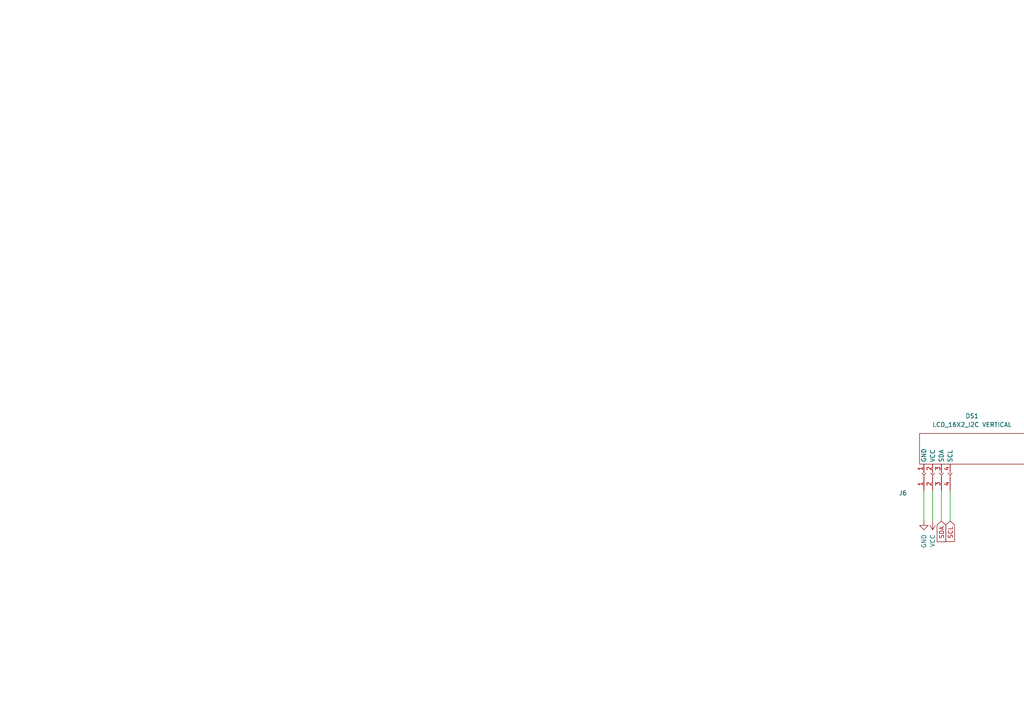
<source format=kicad_sch>
(kicad_sch (version 20250114) (generator "eeschema") (generator_version "9.0")
  (paper "A4")
  (lib_symbols
    (symbol "Add_new:LCD_16X2_I2C"
      (property "Reference" "DS" (at 2.286 3.81 0))
      (property "Value" "LCD_16X2_I2C VERTICAL" (at 0 0 0))
      (symbol "LCD_16X2_I2C_0_1"
        (rectangle (start -12.7 2.54) (end 17.78 -6.35))
      )
      (symbol "LCD_16X2_I2C_1_1"
        (pin input line (at -11.43 -8.89 90) (length 2.54) (name "GND") (number "1"))
        (pin input line (at -8.89 -8.89 90) (length 2.54) (name "VCC") (number "2"))
        (pin input line (at -6.35 -8.89 90) (length 2.54) (name "SDA") (number "3"))
        (pin input line (at -3.81 -8.89 90) (length 2.54) (name "SCL") (number "4"))
      )
    )
    (symbol "Connector:Conn_01x04_Socket" (pin_names (offset 1.016) (hide yes))
      (property "Reference" "J" (at 0 5.08 0))
      (property "Value" "Conn_01x04_Socket" (at 0 -7.62 0))
      (symbol "Conn_01x04_Socket_1_1"
        (polyline (pts (xy -1.27 2.54) (xy -0.508 2.54)) (stroke (width 0.1524)))
        (polyline (pts (xy -1.27 0) (xy -0.508 0)) (stroke (width 0.1524)))
        (polyline (pts (xy -1.27 -2.54) (xy -0.508 -2.54)) (stroke (width 0.1524)))
        (polyline (pts (xy -1.27 -5.08) (xy -0.508 -5.08)) (stroke (width 0.1524)))
        (arc (start 0 2.032) (mid -0.5058 2.54) (end 0 3.048) (stroke (width 0.1524)))
        (arc (start 0 -0.508) (mid -0.5058 0) (end 0 0.508) (stroke (width 0.1524)))
        (arc (start 0 -3.048) (mid -0.5058 -2.54) (end 0 -2.032) (stroke (width 0.1524)))
        (arc (start 0 -5.588) (mid -0.5058 -5.08) (end 0 -4.572) (stroke (width 0.1524)))
        (pin passive line (at -5.08 2.54 0) (length 3.81) (name "Pin_1") (number "1"))
        (pin passive line (at -5.08 0 0) (length 3.81) (name "Pin_2") (number "2"))
        (pin passive line (at -5.08 -2.54 0) (length 3.81) (name "Pin_3") (number "3"))
        (pin passive line (at -5.08 -5.08 0) (length 3.81) (name "Pin_4") (number "4"))
      )
    )
    (symbol "power:GND" (power) (pin_numbers (hide yes)) (pin_names (offset 0) (hide yes))
      (property "Value" "GND" (at 0 -3.81 0))
      (symbol "GND_0_1"
        (polyline (pts (xy 0 0) (xy 0 -1.27) (xy 1.27 -1.27) (xy 0 -2.54) (xy -1.27 -1.27) (xy 0 -1.27)))
      )
      (symbol "GND_1_1"
        (pin power_in line (at 0 0 270) (length 0) (name "~") (number "1"))
      )
    )
    (symbol "power:VCC" (power) (pin_numbers (hide yes)) (pin_names (offset 0) (hide yes))
      (property "Value" "VCC" (at 0 3.556 0))
      (symbol "VCC_0_1"
        (polyline (pts (xy -0.762 1.27) (xy 0 2.54)))
        (polyline (pts (xy 0 2.54) (xy 0.762 1.27)))
        (polyline (pts (xy 0 0) (xy 0 2.54)))
      )
      (symbol "VCC_1_1"
        (pin power_in line (at 0 0 90) (length 0) (name "~") (number "1"))
      )
    )
  )
  (wire (pts (xy 267.97 142.24) (xy 267.97 151.13)))
  (wire (pts (xy 273.05 142.24) (xy 273.05 151.13)))
  (wire (pts (xy 275.59 142.24) (xy 275.59 151.13)))
  (wire (pts (xy 270.51 142.24) (xy 270.51 151.13)))
  (global_label "SDA" (shape input) (at 273.05 151.13 270) (property "Intersheetrefs" "${INTERSHEET_REFS}" (effects (hide yes))))
  (global_label "SCL" (shape input) (at 275.59 151.13 270) (property "Intersheetrefs" "${INTERSHEET_REFS}" (effects (hide yes))))
  (symbol (lib_id "Connector:Conn_01x04_Socket") (at 270.51 137.16 90) (unit 1)
    (property "Reference" "J6" (at 261.874 143.002 90))
    (property "Value" "Conn_01x04_Socket" (effects (hide yes)))
    (property "Footprint" "Add_New:Conn_4x1_90deg_angle" (effects (hide yes)))
    (property "Description" "Generic connector, single row, 01x04, script generated" (effects (hide yes)))
  )
  (symbol (lib_id "power:GND") (at 267.97 151.13 0) (mirror y) (unit 1)
    (property "Reference" "#PWR017" (effects (hide yes)))
    (property "Value" "GND" (at 267.9699 154.94 90) (effects (justify right)))
    (property "Description" "Power symbol creates a global label with name \"GND\" , ground" (effects (hide yes)))
  )
  (symbol (lib_id "power:VCC") (at 270.51 151.13 0) (mirror x) (unit 1)
    (property "Reference" "#PWR018" (effects (hide yes)))
    (property "Value" "VCC" (at 270.51 154.94 90) (effects (justify left)))
  )
  (symbol (lib_id "Add_new:LCD_16X2_I2C") (at 279.4 128.27 0) (unit 1)
    (property "Reference" "DS1" (at 281.94 120.65 0))
    (property "Value" "LCD_16X2_I2C VERTICAL" (at 281.94 123.19 0))
    (property "Footprint" "Add_New:LCD 16X2 I2C" (effects (hide yes)))
    (property "Description" "LCD_16X2_I2C" (effects (hide yes)))
  )
)
</source>
